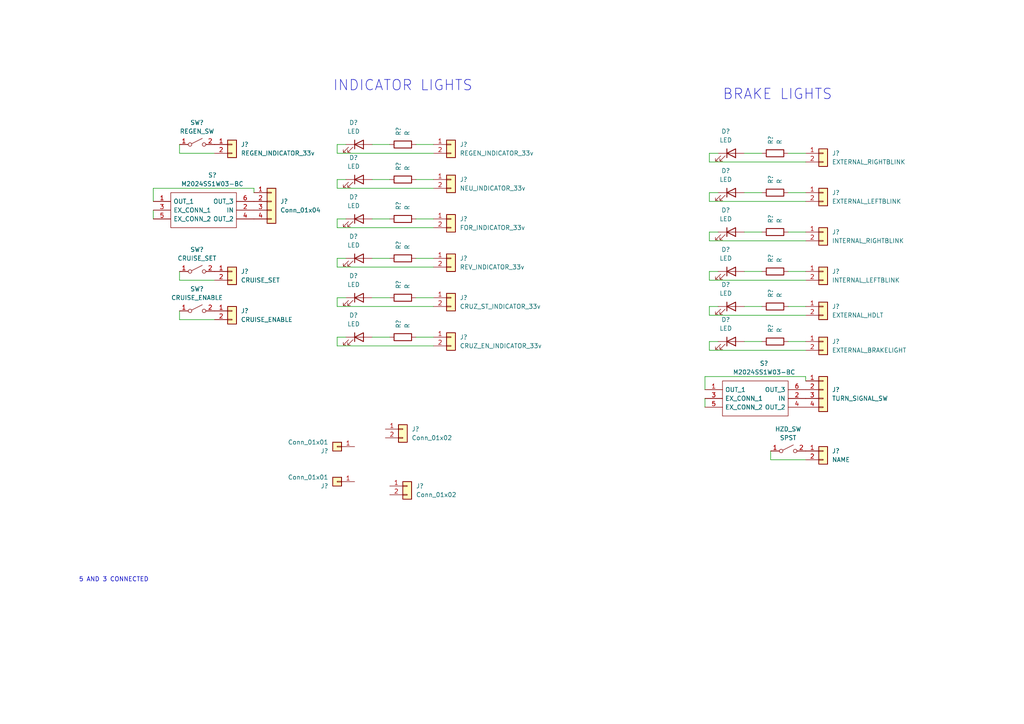
<source format=kicad_sch>
(kicad_sch (version 20211123) (generator eeschema)
  (paper "A4")
  (lib_symbols
    (symbol "Connector_Generic:Conn_01x01" (pin_names (offset 1.016) hide)
      (property "Reference" "J" (at 0 2.54 0))
      (property "Value" "Conn_01x01" (at 0 -2.54 0))
      (symbol "Conn_01x01_1_1"
        (rectangle (start -1.27 0.127) (end 0 -0.127) (stroke (width 0.1524)))
        (rectangle (start -1.27 1.27) (end 1.27 -1.27) (stroke (width 0.254)) (fill (type background)))
        (pin passive line (at -5.08 0 0) (length 3.81) (name "Pin_1") (number "1"))
      )
    )
    (symbol "Connector_Generic:Conn_01x02" (pin_names (offset 1.016) hide)
      (property "Reference" "J" (at 0 2.54 0))
      (property "Value" "Conn_01x02" (at 0 -5.08 0))
      (symbol "Conn_01x02_1_1"
        (rectangle (start -1.27 -2.413) (end 0 -2.667) (stroke (width 0.1524)))
        (rectangle (start -1.27 0.127) (end 0 -0.127) (stroke (width 0.1524)))
        (rectangle (start -1.27 1.27) (end 1.27 -3.81) (stroke (width 0.254)) (fill (type background)))
        (pin passive line (at -5.08 0 0) (length 3.81) (name "Pin_1") (number "1"))
        (pin passive line (at -5.08 -2.54 0) (length 3.81) (name "Pin_2") (number "2"))
      )
    )
    (symbol "Connector_Generic:Conn_01x04" (pin_names (offset 1.016) hide)
      (property "Reference" "J" (at 0 5.08 0))
      (property "Value" "Conn_01x04" (at 0 -7.62 0))
      (symbol "Conn_01x04_1_1"
        (rectangle (start -1.27 -4.953) (end 0 -5.207) (stroke (width 0.1524)))
        (rectangle (start -1.27 -2.413) (end 0 -2.667) (stroke (width 0.1524)))
        (rectangle (start -1.27 0.127) (end 0 -0.127) (stroke (width 0.1524)))
        (rectangle (start -1.27 2.667) (end 0 2.413) (stroke (width 0.1524)))
        (rectangle (start -1.27 3.81) (end 1.27 -6.35) (stroke (width 0.254)) (fill (type background)))
        (pin passive line (at -5.08 2.54 0) (length 3.81) (name "Pin_1") (number "1"))
        (pin passive line (at -5.08 0 0) (length 3.81) (name "Pin_2") (number "2"))
        (pin passive line (at -5.08 -2.54 0) (length 3.81) (name "Pin_3") (number "3"))
        (pin passive line (at -5.08 -5.08 0) (length 3.81) (name "Pin_4") (number "4"))
      )
    )
    (symbol "Device:LED" (pin_numbers hide) (pin_names (offset 1.016) hide)
      (property "Reference" "D" (at 0 2.54 0))
      (property "Value" "LED" (at 0 -2.54 0))
      (symbol "LED_0_1"
        (polyline (pts (xy -1.27 -1.27) (xy -1.27 1.27)) (stroke (width 0.254)))
        (polyline (pts (xy -1.27 0) (xy 1.27 0)))
        (polyline (pts (xy 1.27 -1.27) (xy 1.27 1.27) (xy -1.27 0) (xy 1.27 -1.27)) (stroke (width 0.254)))
        (polyline (pts (xy -3.048 -0.762) (xy -4.572 -2.286) (xy -3.81 -2.286) (xy -4.572 -2.286) (xy -4.572 -1.524)))
        (polyline (pts (xy -1.778 -0.762) (xy -3.302 -2.286) (xy -2.54 -2.286) (xy -3.302 -2.286) (xy -3.302 -1.524)))
      )
      (symbol "LED_1_1"
        (pin passive line (at -3.81 0 0) (length 2.54) (name "K") (number "1"))
        (pin passive line (at 3.81 0 180) (length 2.54) (name "A") (number "2"))
      )
    )
    (symbol "Device:R" (pin_numbers hide) (pin_names (offset 0))
      (property "Reference" "R" (at 2.032 0 90))
      (property "Value" "R" (at 0 0 90))
      (symbol "R_0_1"
        (rectangle (start -1.016 -2.54) (end 1.016 2.54) (stroke (width 0.254)))
      )
      (symbol "R_1_1"
        (pin passive line (at 0 3.81 270) (length 1.27) (name "~") (number "1"))
        (pin passive line (at 0 -3.81 90) (length 1.27) (name "~") (number "2"))
      )
    )
    (symbol "M2024SS1W03-BC_1" (pin_names (offset 0.762))
      (property "Reference" "S?" (at 17.145 -12.7 0))
      (property "Value" "M2024SS1W03-BC" (at 17.145 -10.16 0))
      (symbol "M2024SS1W03-BC_1_0_0"
        (pin passive line (at 0 -5.08 0) (length 5.08) (name "OUT_1") (number "1"))
        (pin passive line (at 29.21 -2.54 180) (length 5.08) (name "IN") (number "2"))
        (pin passive line (at 0 -2.54 0) (length 5.08) (name "EX_CONN_1") (number "3"))
        (pin passive line (at 29.21 0 180) (length 5.08) (name "OUT_2") (number "4"))
        (pin passive line (at 0 0 0) (length 5.08) (name "EX_CONN_2") (number "5"))
        (pin passive line (at 29.21 -5.08 180) (length 5.08) (name "OUT_3") (number "6"))
      )
      (symbol "M2024SS1W03-BC_1_0_1"
        (polyline (pts (xy 5.08 2.54) (xy 24.13 2.54) (xy 24.13 -7.62) (xy 5.08 -7.62) (xy 5.08 2.54)) (stroke (width 0.1524)))
      )
    )
    (symbol "Switch:SW_SPST" (pin_names (offset 0) hide)
      (property "Reference" "SW" (at 0 3.175 0))
      (property "Value" "SW_SPST" (at 0 -2.54 0))
      (symbol "SW_SPST_0_0"
        (circle (center -2.032 0) (radius 0.508))
        (polyline (pts (xy -1.524 0.254) (xy 1.524 1.778)))
        (circle (center 2.032 0) (radius 0.508))
      )
      (symbol "SW_SPST_1_1"
        (pin passive line (at -5.08 0 0) (length 2.54) (name "A") (number "1"))
        (pin passive line (at 5.08 0 180) (length 2.54) (name "B") (number "2"))
      )
    )
  )
  (wire (pts (xy 100.33 52.07) (xy 97.79 52.07)))
  (wire (pts (xy 107.95 63.5) (xy 113.03 63.5)))
  (wire (pts (xy 205.74 46.99) (xy 233.68 46.99)))
  (wire (pts (xy 107.95 41.91) (xy 113.03 41.91)))
  (wire (pts (xy 120.65 41.91) (xy 125.73 41.91)))
  (wire (pts (xy 52.07 92.71) (xy 62.23 92.71)))
  (wire (pts (xy 215.9 78.74) (xy 220.98 78.74)))
  (wire (pts (xy 97.79 52.07) (xy 97.79 54.61)))
  (wire (pts (xy 107.95 52.07) (xy 113.03 52.07)))
  (wire (pts (xy 208.28 88.9) (xy 205.74 88.9)))
  (wire (pts (xy 208.28 67.31) (xy 205.74 67.31)))
  (wire (pts (xy 204.47 109.22) (xy 233.68 109.22)))
  (wire (pts (xy 215.9 55.88) (xy 220.98 55.88)))
  (wire (pts (xy 52.07 41.91) (xy 52.07 44.45)))
  (wire (pts (xy 120.65 97.79) (xy 125.73 97.79)))
  (wire (pts (xy 205.74 44.45) (xy 205.74 46.99)))
  (wire (pts (xy 97.79 74.93) (xy 97.79 77.47)))
  (wire (pts (xy 44.45 60.96) (xy 44.45 63.5)))
  (wire (pts (xy 73.66 54.61) (xy 73.66 55.88)))
  (wire (pts (xy 120.65 74.93) (xy 125.73 74.93)))
  (wire (pts (xy 204.47 115.57) (xy 204.47 118.11)))
  (wire (pts (xy 97.79 44.45) (xy 125.73 44.45)))
  (wire (pts (xy 97.79 86.36) (xy 97.79 88.9)))
  (wire (pts (xy 52.07 90.17) (xy 52.07 92.71)))
  (wire (pts (xy 205.74 55.88) (xy 205.74 58.42)))
  (wire (pts (xy 97.79 63.5) (xy 97.79 66.04)))
  (wire (pts (xy 228.6 78.74) (xy 233.68 78.74)))
  (wire (pts (xy 120.65 52.07) (xy 125.73 52.07)))
  (wire (pts (xy 100.33 41.91) (xy 97.79 41.91)))
  (wire (pts (xy 44.45 54.61) (xy 73.66 54.61)))
  (wire (pts (xy 52.07 78.74) (xy 52.07 81.28)))
  (wire (pts (xy 228.6 55.88) (xy 233.68 55.88)))
  (wire (pts (xy 204.47 113.03) (xy 204.47 109.22)))
  (wire (pts (xy 97.79 54.61) (xy 125.73 54.61)))
  (wire (pts (xy 208.28 44.45) (xy 205.74 44.45)))
  (wire (pts (xy 215.9 44.45) (xy 220.98 44.45)))
  (wire (pts (xy 100.33 74.93) (xy 97.79 74.93)))
  (wire (pts (xy 97.79 77.47) (xy 125.73 77.47)))
  (wire (pts (xy 120.65 63.5) (xy 125.73 63.5)))
  (wire (pts (xy 120.65 86.36) (xy 125.73 86.36)))
  (wire (pts (xy 205.74 78.74) (xy 205.74 81.28)))
  (wire (pts (xy 205.74 81.28) (xy 233.68 81.28)))
  (wire (pts (xy 223.52 130.81) (xy 223.52 133.35)))
  (wire (pts (xy 100.33 97.79) (xy 97.79 97.79)))
  (wire (pts (xy 228.6 67.31) (xy 233.68 67.31)))
  (wire (pts (xy 107.95 97.79) (xy 113.03 97.79)))
  (wire (pts (xy 107.95 74.93) (xy 113.03 74.93)))
  (wire (pts (xy 97.79 66.04) (xy 125.73 66.04)))
  (wire (pts (xy 205.74 69.85) (xy 233.68 69.85)))
  (wire (pts (xy 44.45 58.42) (xy 44.45 54.61)))
  (wire (pts (xy 205.74 99.06) (xy 205.74 101.6)))
  (wire (pts (xy 97.79 41.91) (xy 97.79 44.45)))
  (wire (pts (xy 233.68 109.22) (xy 233.68 110.49)))
  (wire (pts (xy 208.28 99.06) (xy 205.74 99.06)))
  (wire (pts (xy 52.07 44.45) (xy 62.23 44.45)))
  (wire (pts (xy 208.28 55.88) (xy 205.74 55.88)))
  (wire (pts (xy 205.74 101.6) (xy 233.68 101.6)))
  (wire (pts (xy 205.74 67.31) (xy 205.74 69.85)))
  (wire (pts (xy 205.74 91.44) (xy 233.68 91.44)))
  (wire (pts (xy 100.33 86.36) (xy 97.79 86.36)))
  (wire (pts (xy 215.9 88.9) (xy 220.98 88.9)))
  (wire (pts (xy 97.79 97.79) (xy 97.79 100.33)))
  (wire (pts (xy 215.9 67.31) (xy 220.98 67.31)))
  (wire (pts (xy 100.33 63.5) (xy 97.79 63.5)))
  (wire (pts (xy 97.79 88.9) (xy 125.73 88.9)))
  (wire (pts (xy 205.74 58.42) (xy 233.68 58.42)))
  (wire (pts (xy 228.6 44.45) (xy 233.68 44.45)))
  (wire (pts (xy 208.28 78.74) (xy 205.74 78.74)))
  (wire (pts (xy 205.74 88.9) (xy 205.74 91.44)))
  (wire (pts (xy 52.07 81.28) (xy 62.23 81.28)))
  (wire (pts (xy 223.52 133.35) (xy 233.68 133.35)))
  (wire (pts (xy 215.9 99.06) (xy 220.98 99.06)))
  (wire (pts (xy 228.6 99.06) (xy 233.68 99.06)))
  (wire (pts (xy 107.95 86.36) (xy 113.03 86.36)))
  (wire (pts (xy 97.79 100.33) (xy 125.73 100.33)))
  (wire (pts (xy 228.6 88.9) (xy 233.68 88.9)))
  (text "INDICATOR LIGHTS" (at 96.52 26.67 0) (effects (font (size 3 3)) (justify left bottom)))
  (text "5 AND 3 CONNECTED" (at 22.86 168.91 0) (effects (font (size 1.27 1.27)) (justify left bottom)))
  (text "BRAKE LIGHTS" (at 209.55 29.21 0) (effects (font (size 3 3)) (justify left bottom)))
  (symbol (lib_id "Device:LED") (at 104.14 52.07 0) (unit 1)
    (property "Reference" "D?" (at 102.5525 45.72 0))
    (property "Value" "LED" (at 102.5525 48.26 0))
  )
  (symbol (lib_id "Connector_Generic:Conn_01x02") (at 67.31 78.74 0) (unit 1)
    (property "Reference" "J?" (at 69.85 78.7399 0) (effects (justify left)))
    (property "Value" "CRUISE_SET" (at 69.85 81.2799 0) (effects (justify left)))
  )
  (symbol (lib_id "Device:R") (at 224.79 78.74 90) (unit 1)
    (property "Reference" "R?" (at 223.5199 76.2 0) (effects (justify left)))
    (property "Value" "R" (at 226.0599 76.2 0) (effects (justify left)))
  )
  (symbol (lib_id "Device:R") (at 224.79 67.31 90) (unit 1)
    (property "Reference" "R?" (at 223.5199 64.77 0) (effects (justify left)))
    (property "Value" "R" (at 226.0599 64.77 0) (effects (justify left)))
  )
  (symbol (lib_id "Connector_Generic:Conn_01x01") (at 97.79 129.54 180) (unit 1)
    (property "Reference" "J?" (at 95.25 130.8101 0) (effects (justify left)))
    (property "Value" "Conn_01x01" (at 95.25 128.2701 0) (effects (justify left)))
  )
  (symbol (lib_id "Connector_Generic:Conn_01x02") (at 116.84 124.46 0) (unit 1)
    (property "Reference" "J?" (at 119.38 124.4599 0) (effects (justify left)))
    (property "Value" "Conn_01x02" (at 119.38 126.9999 0) (effects (justify left)))
  )
  (symbol (lib_id "Device:LED") (at 212.09 99.06 0) (unit 1)
    (property "Reference" "D?" (at 210.5025 92.71 0))
    (property "Value" "LED" (at 210.5025 95.25 0))
  )
  (symbol (lib_id "Device:LED") (at 212.09 67.31 0) (unit 1)
    (property "Reference" "D?" (at 210.5025 60.96 0))
    (property "Value" "LED" (at 210.5025 63.5 0))
  )
  (symbol (lib_id "Device:R") (at 224.79 88.9 90) (unit 1)
    (property "Reference" "R?" (at 223.5199 86.36 0) (effects (justify left)))
    (property "Value" "R" (at 226.0599 86.36 0) (effects (justify left)))
  )
  (symbol (lib_id "Connector_Generic:Conn_01x02") (at 238.76 78.74 0) (unit 1)
    (property "Reference" "J?" (at 241.3 78.7399 0) (effects (justify left)))
    (property "Value" "INTERNAL_LEFTBLINK" (at 241.3 81.2799 0) (effects (justify left)))
  )
  (symbol (lib_id "Connector_Generic:Conn_01x04") (at 238.76 113.03 0) (unit 1)
    (property "Reference" "J?" (at 241.3 113.0299 0) (effects (justify left)))
    (property "Value" "TURN_SIGNAL_SW" (at 241.3 115.5699 0) (effects (justify left)))
  )
  (symbol (lib_id "Device:LED") (at 212.09 88.9 0) (unit 1)
    (property "Reference" "D?" (at 210.5025 82.55 0))
    (property "Value" "LED" (at 210.5025 85.09 0))
  )
  (symbol (lib_name "M2024SS1W03-BC_1") (lib_id "SamacSys_Parts:M2024SS1W03-BC") (at 204.47 118.11 0) (mirror x) (unit 1)
    (property "Reference" "S?" (at 221.615 105.41 0))
    (property "Value" "M2024SS1W03-BC" (at 221.615 107.95 0))
    (property "Footprint" "M2024SS1W03BC" (effects hide))
    (property "Datasheet" "http://www.nkkswitches.com/pdf/MtogglesBushing.pdf" (effects hide))
    (property "Description" "Toggle Switches ON-ON-ON .413 BAT .350 BSHG PC RED CAP" (effects hide))
    (property "Height" "28.8" (effects hide))
    (property "Mouser Part Number" "633-M2024SS1W03-BC" (effects hide))
    (property "Mouser Price/Stock" "https://www.mouser.co.uk/ProductDetail/NKK-Switches/M2024SS1W03-BC?qs=4aju4I0isUkNkxMuLfUgjg%3D%3D" (effects hide))
    (property "Manufacturer_Name" "NKK Switches" (effects hide))
    (property "Manufacturer_Part_Number" "M2024SS1W03-BC" (effects hide))
  )
  (symbol (lib_id "Device:R") (at 116.84 63.5 90) (unit 1)
    (property "Reference" "R?" (at 115.5699 60.96 0) (effects (justify left)))
    (property "Value" "R" (at 118.1099 60.96 0) (effects (justify left)))
  )
  (symbol (lib_id "Connector_Generic:Conn_01x02") (at 238.76 88.9 0) (unit 1)
    (property "Reference" "J?" (at 241.3 88.8999 0) (effects (justify left)))
    (property "Value" "EXTERNAL_HDLT" (at 241.3 91.4399 0) (effects (justify left)))
  )
  (symbol (lib_id "Device:LED") (at 104.14 74.93 0) (unit 1)
    (property "Reference" "D?" (at 102.5525 68.58 0))
    (property "Value" "LED" (at 102.5525 71.12 0))
  )
  (symbol (lib_id "Connector_Generic:Conn_01x02") (at 130.81 86.36 0) (unit 1)
    (property "Reference" "J?" (at 133.35 86.3599 0) (effects (justify left)))
    (property "Value" "CRUZ_ST_INDICATOR_33v" (at 133.35 88.8999 0) (effects (justify left)))
  )
  (symbol (lib_id "Switch:SW_SPST") (at 57.15 41.91 0) (unit 1)
    (property "Reference" "SW?" (at 57.15 35.56 0))
    (property "Value" "REGEN_SW" (at 57.15 38.1 0))
  )
  (symbol (lib_id "Device:R") (at 116.84 97.79 90) (unit 1)
    (property "Reference" "R?" (at 115.5699 95.25 0) (effects (justify left)))
    (property "Value" "R" (at 118.1099 95.25 0) (effects (justify left)))
  )
  (symbol (lib_id "Device:LED") (at 212.09 55.88 0) (unit 1)
    (property "Reference" "D?" (at 210.5025 49.53 0))
    (property "Value" "LED" (at 210.5025 52.07 0))
  )
  (symbol (lib_id "Connector_Generic:Conn_01x02") (at 118.11 140.97 0) (unit 1)
    (property "Reference" "J?" (at 120.65 140.9699 0) (effects (justify left)))
    (property "Value" "Conn_01x02" (at 120.65 143.5099 0) (effects (justify left)))
  )
  (symbol (lib_id "Connector_Generic:Conn_01x02") (at 238.76 99.06 0) (unit 1)
    (property "Reference" "J?" (at 241.3 99.0599 0) (effects (justify left)))
    (property "Value" "EXTERNAL_BRAKELIGHT" (at 241.3 101.5999 0) (effects (justify left)))
  )
  (symbol (lib_id "Device:LED") (at 104.14 63.5 0) (unit 1)
    (property "Reference" "D?" (at 102.5525 57.15 0))
    (property "Value" "LED" (at 102.5525 59.69 0))
  )
  (symbol (lib_id "Device:R") (at 224.79 55.88 90) (unit 1)
    (property "Reference" "R?" (at 223.5199 53.34 0) (effects (justify left)))
    (property "Value" "R" (at 226.0599 53.34 0) (effects (justify left)))
  )
  (symbol (lib_id "Device:R") (at 116.84 74.93 90) (unit 1)
    (property "Reference" "R?" (at 115.5699 72.39 0) (effects (justify left)))
    (property "Value" "R" (at 118.1099 72.39 0) (effects (justify left)))
  )
  (symbol (lib_id "Device:LED") (at 212.09 78.74 0) (unit 1)
    (property "Reference" "D?" (at 210.5025 72.39 0))
    (property "Value" "LED" (at 210.5025 74.93 0))
  )
  (symbol (lib_id "Connector_Generic:Conn_01x02") (at 238.76 44.45 0) (unit 1)
    (property "Reference" "J?" (at 241.3 44.4499 0) (effects (justify left)))
    (property "Value" "EXTERNAL_RIGHTBLINK" (at 241.3 46.9899 0) (effects (justify left)))
  )
  (symbol (lib_id "Connector_Generic:Conn_01x02") (at 130.81 41.91 0) (unit 1)
    (property "Reference" "J?" (at 133.35 41.9099 0) (effects (justify left)))
    (property "Value" "REGEN_INDICATOR_33v" (at 133.35 44.4499 0) (effects (justify left)))
  )
  (symbol (lib_id "Connector_Generic:Conn_01x02") (at 130.81 52.07 0) (unit 1)
    (property "Reference" "J?" (at 133.35 52.0699 0) (effects (justify left)))
    (property "Value" "NEU_INDICATOR_33v" (at 133.35 54.6099 0) (effects (justify left)))
  )
  (symbol (lib_id "Connector_Generic:Conn_01x02") (at 67.31 41.91 0) (unit 1)
    (property "Reference" "J?" (at 69.85 41.9099 0) (effects (justify left)))
    (property "Value" "REGEN_INDICATOR_33v" (at 69.85 44.4499 0) (effects (justify left)))
  )
  (symbol (lib_id "Connector_Generic:Conn_01x02") (at 130.81 74.93 0) (unit 1)
    (property "Reference" "J?" (at 133.35 74.9299 0) (effects (justify left)))
    (property "Value" "REV_INDICATOR_33v" (at 133.35 77.4699 0) (effects (justify left)))
  )
  (symbol (lib_id "Connector_Generic:Conn_01x04") (at 78.74 58.42 0) (unit 1)
    (property "Reference" "J?" (at 81.28 58.4199 0) (effects (justify left)))
    (property "Value" "Conn_01x04" (at 81.28 60.9599 0) (effects (justify left)))
  )
  (symbol (lib_id "Device:R") (at 224.79 99.06 90) (unit 1)
    (property "Reference" "R?" (at 223.5199 96.52 0) (effects (justify left)))
    (property "Value" "R" (at 226.0599 96.52 0) (effects (justify left)))
  )
  (symbol (lib_id "Connector_Generic:Conn_01x02") (at 238.76 55.88 0) (unit 1)
    (property "Reference" "J?" (at 241.3 55.8799 0) (effects (justify left)))
    (property "Value" "EXTERNAL_LEFTBLINK" (at 241.3 58.42 0) (effects (justify left)))
  )
  (symbol (lib_id "Connector_Generic:Conn_01x02") (at 67.31 90.17 0) (unit 1)
    (property "Reference" "J?" (at 69.85 90.1699 0) (effects (justify left)))
    (property "Value" "CRUISE_ENABLE" (at 69.85 92.7099 0) (effects (justify left)))
  )
  (symbol (lib_id "Connector_Generic:Conn_01x02") (at 238.76 130.81 0) (unit 1)
    (property "Reference" "J?" (at 241.3 130.8099 0) (effects (justify left)))
    (property "Value" "NAME" (at 241.3 133.3499 0) (effects (justify left)))
  )
  (symbol (lib_id "Device:R") (at 224.79 44.45 90) (unit 1)
    (property "Reference" "R?" (at 223.5199 41.91 0) (effects (justify left)))
    (property "Value" "R" (at 226.0599 41.91 0) (effects (justify left)))
  )
  (symbol (lib_id "Switch:SW_SPST") (at 57.15 90.17 0) (unit 1)
    (property "Reference" "SW?" (at 57.15 83.82 0))
    (property "Value" "CRUISE_ENABLE" (at 57.15 86.36 0))
  )
  (symbol (lib_id "Switch:SW_SPST") (at 228.6 130.81 0) (unit 1)
    (property "Reference" "HZD_SW" (at 228.6 124.46 0))
    (property "Value" "SPST" (at 228.6 127 0))
  )
  (symbol (lib_id "Connector_Generic:Conn_01x02") (at 130.81 63.5 0) (unit 1)
    (property "Reference" "J?" (at 133.35 63.4999 0) (effects (justify left)))
    (property "Value" "FOR_INDICATOR_33v" (at 133.35 66.0399 0) (effects (justify left)))
  )
  (symbol (lib_id "Connector_Generic:Conn_01x02") (at 130.81 97.79 0) (unit 1)
    (property "Reference" "J?" (at 133.35 97.7899 0) (effects (justify left)))
    (property "Value" "CRUZ_EN_INDICATOR_33v" (at 133.35 100.3299 0) (effects (justify left)))
  )
  (symbol (lib_id "Device:R") (at 116.84 86.36 90) (unit 1)
    (property "Reference" "R?" (at 115.5699 83.82 0) (effects (justify left)))
    (property "Value" "R" (at 118.1099 83.82 0) (effects (justify left)))
  )
  (symbol (lib_id "Device:R") (at 116.84 41.91 90) (unit 1)
    (property "Reference" "R?" (at 115.5699 39.37 0) (effects (justify left)))
    (property "Value" "R" (at 118.1099 39.37 0) (effects (justify left)))
  )
  (symbol (lib_id "Device:LED") (at 212.09 44.45 0) (unit 1)
    (property "Reference" "D?" (at 210.5025 38.1 0))
    (property "Value" "LED" (at 210.5025 40.64 0))
  )
  (symbol (lib_id "Device:R") (at 116.84 52.07 90) (unit 1)
    (property "Reference" "R?" (at 115.5699 49.53 0) (effects (justify left)))
    (property "Value" "R" (at 118.1099 49.53 0) (effects (justify left)))
  )
  (symbol (lib_id "Device:LED") (at 104.14 86.36 0) (unit 1)
    (property "Reference" "D?" (at 102.5525 80.01 0))
    (property "Value" "LED" (at 102.5525 82.55 0))
  )
  (symbol (lib_id "Device:LED") (at 104.14 41.91 0) (unit 1)
    (property "Reference" "D?" (at 102.5525 35.56 0))
    (property "Value" "LED" (at 102.5525 38.1 0))
  )
  (symbol (lib_id "Switch:SW_SPST") (at 57.15 78.74 0) (unit 1)
    (property "Reference" "SW?" (at 57.15 72.39 0))
    (property "Value" "CRUISE_SET" (at 57.15 74.93 0))
  )
  (symbol (lib_id "Device:LED") (at 104.14 97.79 0) (unit 1)
    (property "Reference" "D?" (at 102.5525 91.44 0))
    (property "Value" "LED" (at 102.5525 93.98 0))
  )
  (symbol (lib_name "M2024SS1W03-BC_1") (lib_id "SamacSys_Parts:M2024SS1W03-BC") (at 44.45 63.5 0) (mirror x) (unit 1)
    (property "Reference" "S?" (at 61.595 50.8 0))
    (property "Value" "M2024SS1W03-BC" (at 61.595 53.34 0))
    (property "Footprint" "M2024SS1W03BC" (effects hide))
    (property "Datasheet" "http://www.nkkswitches.com/pdf/MtogglesBushing.pdf" (effects hide))
    (property "Description" "Toggle Switches ON-ON-ON .413 BAT .350 BSHG PC RED CAP" (effects hide))
    (property "Height" "28.8" (effects hide))
    (property "Mouser Part Number" "633-M2024SS1W03-BC" (effects hide))
    (property "Mouser Price/Stock" "https://www.mouser.co.uk/ProductDetail/NKK-Switches/M2024SS1W03-BC?qs=4aju4I0isUkNkxMuLfUgjg%3D%3D" (effects hide))
    (property "Manufacturer_Name" "NKK Switches" (effects hide))
    (property "Manufacturer_Part_Number" "M2024SS1W03-BC" (effects hide))
  )
  (symbol (lib_id "Connector_Generic:Conn_01x01") (at 97.79 139.7 180) (unit 1)
    (property "Reference" "J?" (at 95.25 140.9701 0) (effects (justify left)))
    (property "Value" "Conn_01x01" (at 95.25 138.4301 0) (effects (justify left)))
  )
  (symbol (lib_id "Connector_Generic:Conn_01x02") (at 238.76 67.31 0) (unit 1)
    (property "Reference" "J?" (at 241.3 67.3099 0) (effects (justify left)))
    (property "Value" "INTERNAL_RIGHTBLINK" (at 241.3 69.8499 0) (effects (justify left)))
  )
)
</source>
